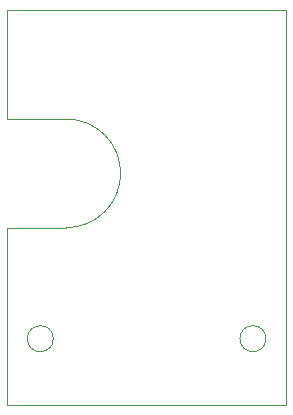
<source format=gbr>
%TF.GenerationSoftware,KiCad,Pcbnew,8.0.4*%
%TF.CreationDate,2024-08-19T21:40:42+03:00*%
%TF.ProjectId,Shield_Emergent_4,53686965-6c64-45f4-956d-657267656e74,rev?*%
%TF.SameCoordinates,Original*%
%TF.FileFunction,Profile,NP*%
%FSLAX46Y46*%
G04 Gerber Fmt 4.6, Leading zero omitted, Abs format (unit mm)*
G04 Created by KiCad (PCBNEW 8.0.4) date 2024-08-19 21:40:42*
%MOMM*%
%LPD*%
G01*
G04 APERTURE LIST*
%TA.AperFunction,Profile*%
%ADD10C,0.050000*%
%TD*%
%TA.AperFunction,Profile*%
%ADD11C,0.100000*%
%TD*%
G04 APERTURE END LIST*
D10*
X2200000Y-18600000D02*
X7200000Y-18600000D01*
X2200000Y-200000D02*
X2200000Y-9400000D01*
X11600000Y-200000D02*
X2200000Y-200000D01*
D11*
X6100000Y-28000000D02*
G75*
G02*
X3900000Y-28000000I-1100000J0D01*
G01*
X3900000Y-28000000D02*
G75*
G02*
X6100000Y-28000000I1100000J0D01*
G01*
X24100000Y-28000000D02*
G75*
G02*
X21900000Y-28000000I-1100000J0D01*
G01*
X21900000Y-28000000D02*
G75*
G02*
X24100000Y-28000000I1100000J0D01*
G01*
D10*
X7200000Y-9400000D02*
G75*
G02*
X7200000Y-18600000I0J-4600000D01*
G01*
X7200000Y-9400000D02*
X2200000Y-9400000D01*
X25800000Y-200000D02*
X25800000Y-33600000D01*
X2200000Y-33600000D02*
X2200000Y-18600000D01*
X25800000Y-200000D02*
X11600000Y-200000D01*
X25800000Y-33600000D02*
X2200000Y-33600000D01*
M02*

</source>
